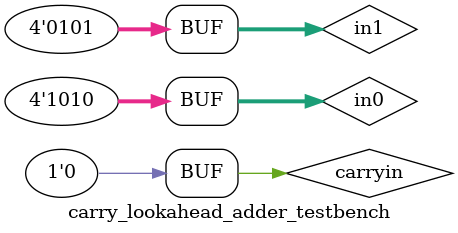
<source format=sv>
`timescale 1ns/1ns
module carry_lookahead_adder_testbench;
 parameter N = 4;
 logic[N-1:0] in0, in1;
 logic carryin;
 logic[N:0] sum;

// Instantiate design under test
carry_lookahead_adder #(.N(N)) design_instance(
.A(in0),
.B(in1),
.CIN(carryin),
.result(sum)
);

initial begin
// Initialize Inputs
in0=0;
in1=0;
carryin=0;
// Wait 100 ns 
#100;
in0=2;
in1=1;
carryin=1;
#50 
in0=1;
in1=1;
carryin=0;
#50
in0=2;
in1=2;
carryin=0;
#50
in0=3;
in1=1;
carryin=0;
#50; 
in0=4;
in1=7;
carryin=1;
#50; 
in0=15;
in1=2;
carryin=0;
#50;
in0=10;
in1=5;
carryin=0;
#50;
end

initial begin
 $monitor(" time=%0t   A=%d   B=%d   CIN=%d   result=%d\n", $time, in0, in1, carryin, sum);
end
endmodule
</source>
